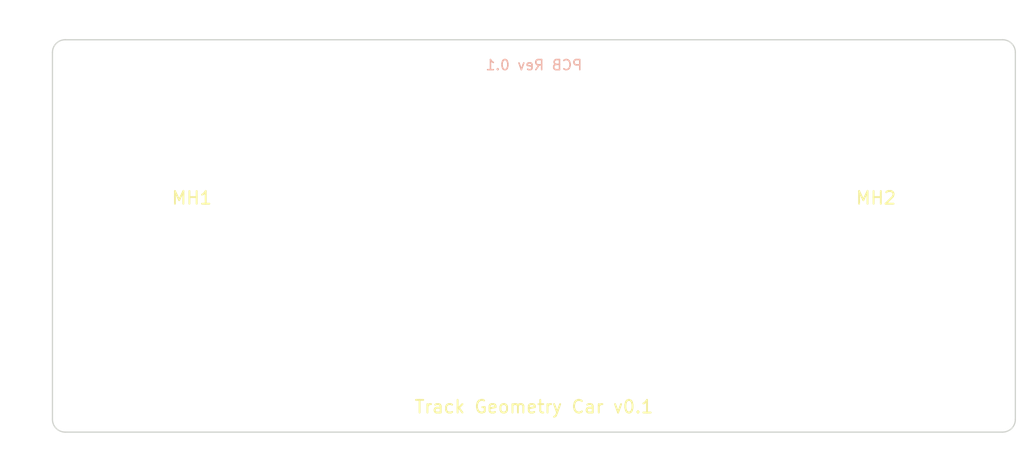
<source format=kicad_pcb>
(kicad_pcb (version 20221018) (generator "claude_code")
  (title_block (title "Track Geometry Car PCB") (date "2026-02-09") (rev "0.1") (comment 1 "HO Scale 55ft Flat Car, 31mm wide") (comment 2 "Board: 76mm x 31mm, 2-layer, 1.6mm"))
  (layers (0 "F.Cu" signal) (31 "B.Cu" signal) (34 "B.Paste" user) (35 "F.Paste" user) (36 "B.SilkS" user "B.Silkscreen") (37 "F.SilkS" user "F.Silkscreen") (38 "B.Mask" user "B.Mask") (39 "F.Mask" user "F.Mask") (44 "Edge.Cuts" user))
  (net 0 "")
  (gr_line (start 1 0) (end 75 0) (layer "Edge.Cuts") (width 0.1))
  (gr_arc (start 75 0) (mid 75.707 0.293) (end 76 1) (layer "Edge.Cuts") (width 0.1))
  (gr_line (start 76 1) (end 76 30) (layer "Edge.Cuts") (width 0.1))
  (gr_arc (start 76 30) (mid 75.707 30.707) (end 75 31) (layer "Edge.Cuts") (width 0.1))
  (gr_line (start 75 31) (end 1 31) (layer "Edge.Cuts") (width 0.1))
  (gr_arc (start 1 31) (mid 0.293 30.707) (end 0 30) (layer "Edge.Cuts") (width 0.1))
  (gr_line (start 0 30) (end 0 1) (layer "Edge.Cuts") (width 0.1))
  (gr_arc (start 0 1) (mid 0.293 0.293) (end 1 0) (layer "Edge.Cuts") (width 0.1))
  (footprint "MountingHole:MountingHole_2mm" (at 11 15.5) (layer "F.Cu")
    (fp_text reference "MH1" (at 0 -3) (layer "F.SilkS"))
    (fp_text value "TruckPin_A")
    (pad "" np_thru_hole circle (at 0 0) (size 2 2) (drill 2) (layers "*.Cu" "*.Mask"))
  )
  (footprint "MountingHole:MountingHole_2mm" (at 65 15.5) (layer "F.Cu")
    (fp_text reference "MH2" (at 0 -3) (layer "F.SilkS"))
    (fp_text value "TruckPin_B")
    (pad "" np_thru_hole circle (at 0 0) (size 2 2) (drill 2) (layers "*.Cu" "*.Mask"))
  )
  (gr_text "Track Geometry Car v0.1" (at 38 29) (layer "F.SilkS") (effects (font (size 1 1))))
  (gr_text "PCB Rev 0.1" (at 38 2) (layer "B.SilkS") (effects (font (size 0.8 0.8) (thickness 0.12)) (justify mirror)))
)
</source>
